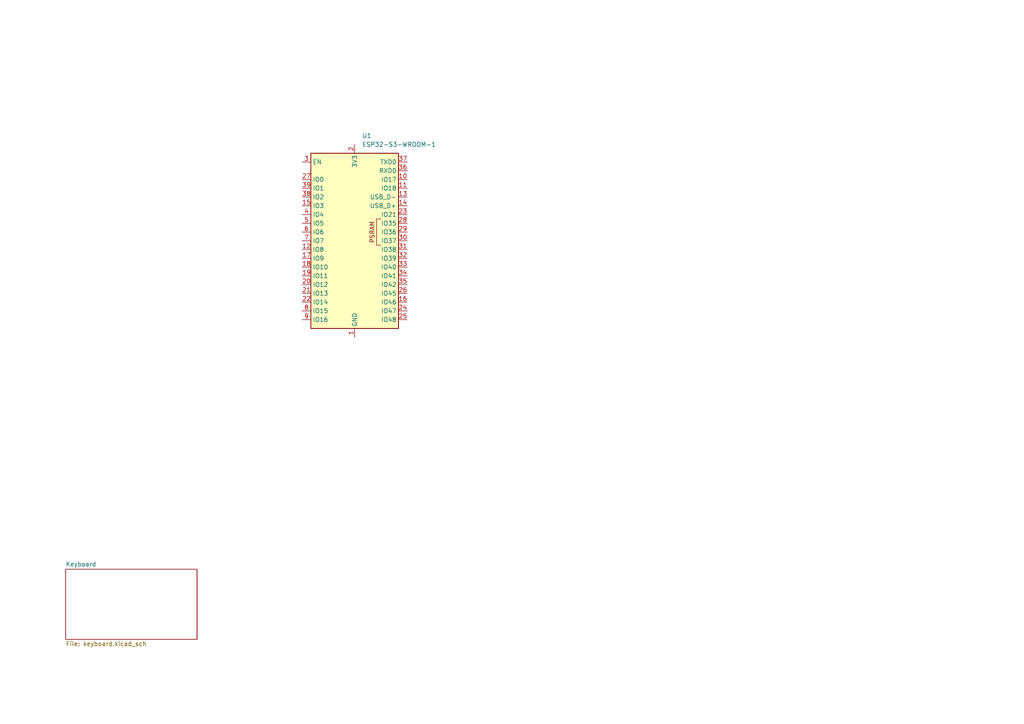
<source format=kicad_sch>
(kicad_sch (version 20250114) (generator "eeschema") (generator_version "9.0")
  (paper "A4")
  (lib_symbols
    (symbol "RF_Module:ESP32-S3-WROOM-1"
      (property "Reference" "U" (at -12.7 26.67 0))
      (property "Value" "ESP32-S3-WROOM-1" (at 12.7 26.67 0))
      (symbol "ESP32-S3-WROOM-1_0_0"
        (rectangle (start -12.7 25.4) (end 12.7 -25.4) (stroke (width 0.254)) (fill (type background)))
        (text "PSRAM" (at 5.08 2.54 900) (effects (font (size 1.27 1.27))))
      )
      (symbol "ESP32-S3-WROOM-1_0_1"
        (polyline (pts (xy 7.62 -1.27) (xy 6.35 -1.27) (xy 6.35 6.35) (xy 7.62 6.35)))
      )
      (symbol "ESP32-S3-WROOM-1_1_1"
        (pin input line (at -15.24 22.86 0) (length 2.54) (name "EN") (number "3"))
        (pin bidirectional line (at -15.24 17.78 0) (length 2.54) (name "IO0") (number "27"))
        (pin bidirectional line (at -15.24 15.24 0) (length 2.54) (name "IO1") (number "39"))
        (pin bidirectional line (at -15.24 12.7 0) (length 2.54) (name "IO2") (number "38"))
        (pin bidirectional line (at -15.24 10.16 0) (length 2.54) (name "IO3") (number "15"))
        (pin bidirectional line (at -15.24 7.62 0) (length 2.54) (name "IO4") (number "4"))
        (pin bidirectional line (at -15.24 5.08 0) (length 2.54) (name "IO5") (number "5"))
        (pin bidirectional line (at -15.24 2.54 0) (length 2.54) (name "IO6") (number "6"))
        (pin bidirectional line (at -15.24 0 0) (length 2.54) (name "IO7") (number "7"))
        (pin bidirectional line (at -15.24 -2.54 0) (length 2.54) (name "IO8") (number "12"))
        (pin bidirectional line (at -15.24 -5.08 0) (length 2.54) (name "IO9") (number "17"))
        (pin bidirectional line (at -15.24 -7.62 0) (length 2.54) (name "IO10") (number "18"))
        (pin bidirectional line (at -15.24 -10.16 0) (length 2.54) (name "IO11") (number "19"))
        (pin bidirectional line (at -15.24 -12.7 0) (length 2.54) (name "IO12") (number "20"))
        (pin bidirectional line (at -15.24 -15.24 0) (length 2.54) (name "IO13") (number "21"))
        (pin bidirectional line (at -15.24 -17.78 0) (length 2.54) (name "IO14") (number "22"))
        (pin bidirectional line (at -15.24 -20.32 0) (length 2.54) (name "IO15") (number "8"))
        (pin bidirectional line (at -15.24 -22.86 0) (length 2.54) (name "IO16") (number "9"))
        (pin power_in line (at 0 27.94 270) (length 2.54) (name "3V3") (number "2"))
        (pin power_in line (at 0 -27.94 90) (length 2.54) (name "GND") (number "1"))
        (pin passive line (at 0 -27.94 90) (length 2.54) (hide yes) (name "GND") (number "40"))
        (pin passive line (at 0 -27.94 90) (length 2.54) (hide yes) (name "GND") (number "41"))
        (pin bidirectional line (at 15.24 22.86 180) (length 2.54) (name "TXD0") (number "37"))
        (pin bidirectional line (at 15.24 20.32 180) (length 2.54) (name "RXD0") (number "36"))
        (pin bidirectional line (at 15.24 17.78 180) (length 2.54) (name "IO17") (number "10"))
        (pin bidirectional line (at 15.24 15.24 180) (length 2.54) (name "IO18") (number "11"))
        (pin bidirectional line (at 15.24 12.7 180) (length 2.54) (name "USB_D-") (number "13"))
        (pin bidirectional line (at 15.24 10.16 180) (length 2.54) (name "USB_D+") (number "14"))
        (pin bidirectional line (at 15.24 7.62 180) (length 2.54) (name "IO21") (number "23"))
        (pin bidirectional line (at 15.24 5.08 180) (length 2.54) (name "IO35") (number "28"))
        (pin bidirectional line (at 15.24 2.54 180) (length 2.54) (name "IO36") (number "29"))
        (pin bidirectional line (at 15.24 0 180) (length 2.54) (name "IO37") (number "30"))
        (pin bidirectional line (at 15.24 -2.54 180) (length 2.54) (name "IO38") (number "31"))
        (pin bidirectional line (at 15.24 -5.08 180) (length 2.54) (name "IO39") (number "32"))
        (pin bidirectional line (at 15.24 -7.62 180) (length 2.54) (name "IO40") (number "33"))
        (pin bidirectional line (at 15.24 -10.16 180) (length 2.54) (name "IO41") (number "34"))
        (pin bidirectional line (at 15.24 -12.7 180) (length 2.54) (name "IO42") (number "35"))
        (pin bidirectional line (at 15.24 -15.24 180) (length 2.54) (name "IO45") (number "26"))
        (pin bidirectional line (at 15.24 -17.78 180) (length 2.54) (name "IO46") (number "16"))
        (pin bidirectional line (at 15.24 -20.32 180) (length 2.54) (name "IO47") (number "24"))
        (pin bidirectional line (at 15.24 -22.86 180) (length 2.54) (name "IO48") (number "25"))
      )
    )
  )
  (symbol (lib_id "RF_Module:ESP32-S3-WROOM-1") (at 102.87 69.85 0) (unit 1)
    (property "Reference" "U1" (at 105.0133 39.37 0) (effects (justify left)))
    (property "Value" "ESP32-S3-WROOM-1" (at 105.0133 41.91 0) (effects (justify left)))
    (property "Footprint" "RF_Module:ESP32-S3-WROOM-1" (effects (hide yes)))
    (property "Datasheet" "https://www.espressif.com/sites/default/files/documentation/esp32-s3-wroom-1_wroom-1u_datasheet_en.pdf" (effects (hide yes)))
    (property "Description" "RF Module, ESP32-S3 SoC, Wi-Fi 802.11b/g/n, Bluetooth, BLE, 32-bit, 3.3V, onboard antenna, SMD" (effects (hide yes)))
  )
  (sheet (at 19.05 165.1) (size 38.1 20.32) (stroke (width 0.1524))
    (property "Sheetname" "Keyboard" (at 19.05 164.3884 0) (effects (justify left bottom)))
    (property "Sheetfile" "keyboard.kicad_sch" (at 19.05 186.0046 0) (effects (justify left top)))
  )
)
</source>
